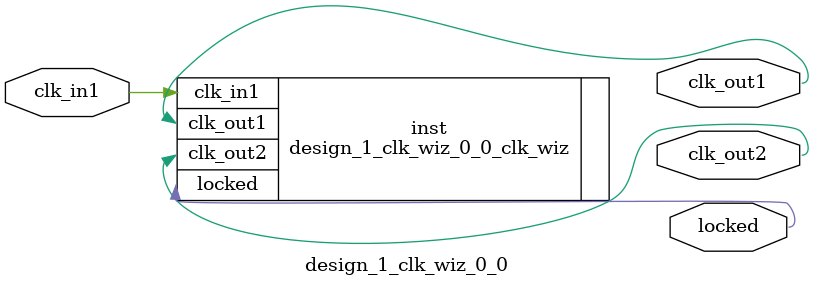
<source format=v>


`timescale 1ps/1ps

(* CORE_GENERATION_INFO = "design_1_clk_wiz_0_0,clk_wiz_v5_4_3_0,{component_name=design_1_clk_wiz_0_0,use_phase_alignment=false,use_min_o_jitter=false,use_max_i_jitter=false,use_dyn_phase_shift=false,use_inclk_switchover=false,use_dyn_reconfig=false,enable_axi=0,feedback_source=FDBK_AUTO,PRIMITIVE=MMCM,num_out_clk=2,clkin1_period=20.0,clkin2_period=10.0,use_power_down=false,use_reset=false,use_locked=true,use_inclk_stopped=false,feedback_type=SINGLE,CLOCK_MGR_TYPE=NA,manual_override=false}" *)

module design_1_clk_wiz_0_0 
 (
  // Clock out ports
  output        clk_out1,
  output        clk_out2,
  // Status and control signals
  output        locked,
 // Clock in ports
  input         clk_in1
 );

  design_1_clk_wiz_0_0_clk_wiz inst
  (
  // Clock out ports  
  .clk_out1(clk_out1),
  .clk_out2(clk_out2),
  // Status and control signals               
  .locked(locked),
 // Clock in ports
  .clk_in1(clk_in1)
  );

endmodule

</source>
